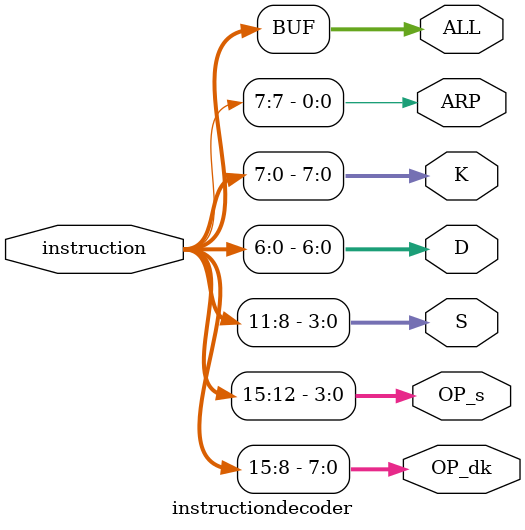
<source format=v>

module instructiondecoder
(
    output [7:0]    OP_dk,     // 15:8 bits op of D type and K type [operation] 8 bits
    output [3:0]    OP_s,     // 15:12 bits op for s type
    output [3:0]    S,     // 11:8 bits in s type instruction
    output [6:0]    D,     // 15:11 bits of R-type
    output [7:0]    K,  // 7:0 bits of k type [8-bit immediate]
    output    ARP,     // 1 bit Addres pointing mode
    output [15:0]   ALL,  // 15 bits of instruction from instruction memor
    input  [15:0]   instruction  // 15 bits of instruction from instruction memory
);

    assign OP_dk = instruction[15:8];
    assign OP_s = instruction[15:12];
    assign S = instruction[11:8];
    assign D = instruction[6:0];
    assign K = instruction[7:0];
    assign ARP = instruction[7];
    assign ALL = instruction[15:0];

endmodule

</source>
